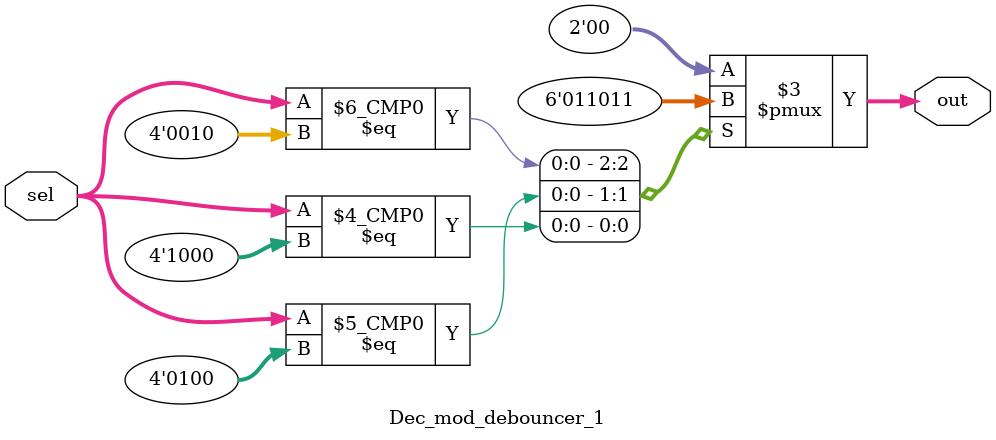
<source format=sv>
`timescale 1ns / 1ps


module Dec_mod_debouncer_1(
    input logic [3:0]sel,
    output logic [1:0]out
    );
    
    always_comb begin
    
        case(sel)
           4'b0001: out = 2'b00;
           4'b0010: out = 2'b01; 
           4'b0100: out = 2'b10; 
           4'b1000: out = 2'b11;
           default: out = 2'b00;
           
        endcase
    end
endmodule

</source>
